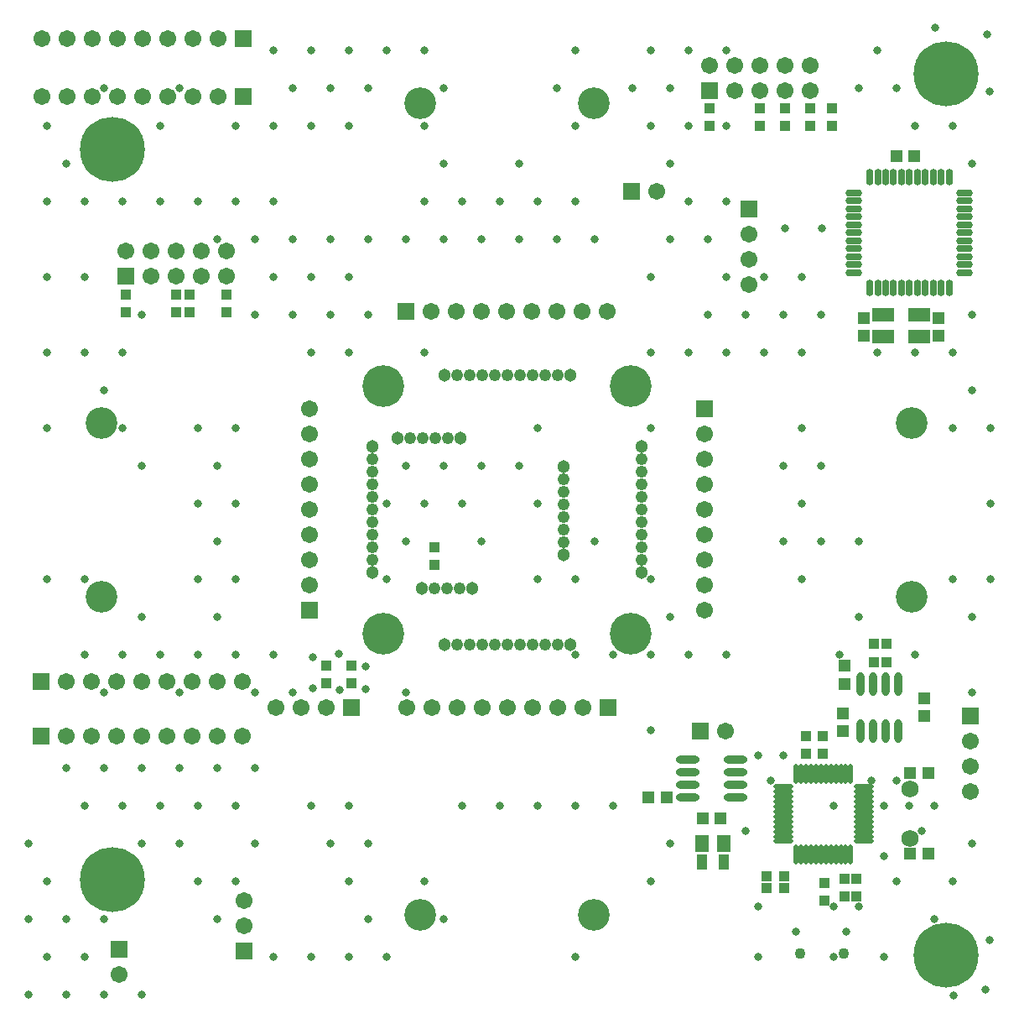
<source format=gbs>
G04 Layer_Color=16711935*
%FSAX25Y25*%
%MOIN*%
G70*
G01*
G75*
%ADD69R,0.04540X0.04737*%
%ADD70R,0.04737X0.04540*%
%ADD71R,0.04343X0.04343*%
%ADD77R,0.04343X0.04343*%
%ADD91R,0.06706X0.06706*%
%ADD92C,0.06706*%
%ADD93C,0.25800*%
%ADD94C,0.12611*%
%ADD95R,0.06706X0.06706*%
%ADD96C,0.04900*%
%ADD97C,0.05131*%
%ADD98C,0.04343*%
%ADD99C,0.16548*%
%ADD100C,0.06800*%
%ADD101C,0.03300*%
%ADD102R,0.05328X0.06509*%
%ADD103R,0.04343X0.05918*%
%ADD104O,0.03162X0.09461*%
%ADD105O,0.09461X0.03162*%
%ADD106O,0.01981X0.07887*%
%ADD107O,0.07887X0.01981*%
%ADD108O,0.06509X0.02965*%
%ADD109O,0.02965X0.06509*%
%ADD110R,0.08674X0.05524*%
D69*
X0351468Y0337265D02*
D03*
X0358555D02*
D03*
X0364043Y0092300D02*
D03*
X0356957D02*
D03*
X0364087Y0060200D02*
D03*
X0357000D02*
D03*
X0274557Y0074200D02*
D03*
X0281643D02*
D03*
X0252957Y0082500D02*
D03*
X0260043D02*
D03*
D70*
X0362500Y0122043D02*
D03*
Y0114957D02*
D03*
X0368112Y0273065D02*
D03*
Y0265978D02*
D03*
X0338412D02*
D03*
X0338412Y0273065D02*
D03*
X0330700Y0134843D02*
D03*
Y0127757D02*
D03*
X0330100Y0116043D02*
D03*
Y0108957D02*
D03*
D71*
X0307200Y0356343D02*
D03*
Y0349257D02*
D03*
X0325800D02*
D03*
Y0356343D02*
D03*
X0330700Y0043357D02*
D03*
Y0050443D02*
D03*
X0335500Y0043357D02*
D03*
Y0050443D02*
D03*
X0315500Y0106943D02*
D03*
Y0099857D02*
D03*
X0322300Y0106943D02*
D03*
Y0099857D02*
D03*
X0045200Y0282343D02*
D03*
Y0275257D02*
D03*
X0065200Y0282343D02*
D03*
Y0275257D02*
D03*
X0070400Y0282343D02*
D03*
Y0275257D02*
D03*
X0085200Y0282343D02*
D03*
Y0275257D02*
D03*
X0124700Y0127957D02*
D03*
Y0135043D02*
D03*
X0134700Y0127957D02*
D03*
Y0135043D02*
D03*
X0167700Y0181943D02*
D03*
Y0174857D02*
D03*
X0347400Y0136456D02*
D03*
Y0143543D02*
D03*
X0342400Y0136456D02*
D03*
Y0143543D02*
D03*
X0317200Y0356343D02*
D03*
Y0349257D02*
D03*
X0297200Y0356343D02*
D03*
Y0349257D02*
D03*
X0277200Y0356343D02*
D03*
Y0349257D02*
D03*
X0322800Y0048743D02*
D03*
Y0041657D02*
D03*
D77*
X0299757Y0046500D02*
D03*
X0306843Y0046500D02*
D03*
X0299757Y0051300D02*
D03*
X0306843D02*
D03*
D91*
X0011600Y0107000D02*
D03*
Y0128800D02*
D03*
X0091769Y0360896D02*
D03*
Y0383896D02*
D03*
X0273400Y0109100D02*
D03*
X0134700Y0118254D02*
D03*
X0236851D02*
D03*
X0045200Y0289800D02*
D03*
X0277200Y0363400D02*
D03*
X0156676Y0275654D02*
D03*
X0246200Y0323400D02*
D03*
D92*
X0031600Y0107000D02*
D03*
X0041600D02*
D03*
X0051600D02*
D03*
X0061600D02*
D03*
X0071600D02*
D03*
X0081600D02*
D03*
X0091600D02*
D03*
X0021600D02*
D03*
X0031600Y0128800D02*
D03*
X0041600D02*
D03*
X0051600D02*
D03*
X0061600D02*
D03*
X0071600D02*
D03*
X0081600D02*
D03*
X0091600D02*
D03*
X0021600D02*
D03*
X0081769Y0360896D02*
D03*
X0011769D02*
D03*
X0021769D02*
D03*
X0031769D02*
D03*
X0041769D02*
D03*
X0051769D02*
D03*
X0061769D02*
D03*
X0071769D02*
D03*
X0081769Y0383896D02*
D03*
X0011769D02*
D03*
X0021769D02*
D03*
X0031769D02*
D03*
X0041769D02*
D03*
X0051769Y0383896D02*
D03*
X0061769Y0383896D02*
D03*
X0071769D02*
D03*
X0283400Y0109100D02*
D03*
X0092300Y0031595D02*
D03*
Y0041595D02*
D03*
X0124700Y0118254D02*
D03*
X0114700D02*
D03*
X0104700D02*
D03*
X0292900Y0306349D02*
D03*
Y0296349D02*
D03*
Y0286349D02*
D03*
X0226851Y0118254D02*
D03*
X0156851D02*
D03*
X0166851D02*
D03*
X0176851D02*
D03*
X0186851D02*
D03*
X0196851D02*
D03*
X0206851D02*
D03*
X0216851D02*
D03*
X0118079Y0166850D02*
D03*
Y0236850D02*
D03*
Y0226850D02*
D03*
Y0216850D02*
D03*
Y0206850D02*
D03*
Y0196850D02*
D03*
Y0186850D02*
D03*
Y0176850D02*
D03*
X0085200Y0299800D02*
D03*
Y0289800D02*
D03*
X0075200Y0299800D02*
D03*
Y0289800D02*
D03*
X0065200Y0299800D02*
D03*
X0065200Y0289800D02*
D03*
X0055200Y0299800D02*
D03*
Y0289800D02*
D03*
X0045200Y0299800D02*
D03*
X0317200Y0373400D02*
D03*
Y0363400D02*
D03*
X0307200Y0373400D02*
D03*
Y0363400D02*
D03*
X0297200Y0373400D02*
D03*
X0297200Y0363400D02*
D03*
X0287200Y0373400D02*
D03*
Y0363400D02*
D03*
X0277200Y0373400D02*
D03*
X0275279Y0216851D02*
D03*
Y0206851D02*
D03*
Y0196851D02*
D03*
Y0186851D02*
D03*
Y0176851D02*
D03*
Y0166851D02*
D03*
Y0156851D02*
D03*
Y0226851D02*
D03*
X0176676Y0275654D02*
D03*
X0186676D02*
D03*
X0196676D02*
D03*
X0206676D02*
D03*
X0216676D02*
D03*
X0226676D02*
D03*
X0236676D02*
D03*
X0166676D02*
D03*
X0042500Y0012300D02*
D03*
X0380800Y0084957D02*
D03*
Y0094957D02*
D03*
Y0104957D02*
D03*
X0256200Y0323400D02*
D03*
D93*
X0371035Y0369933D02*
D03*
Y0019933D02*
D03*
X0039933Y0049933D02*
D03*
Y0339933D02*
D03*
D94*
X0035667Y0162422D02*
D03*
Y0231359D02*
D03*
X0162341Y0035841D02*
D03*
X0231278D02*
D03*
X0357692Y0162341D02*
D03*
Y0231278D02*
D03*
X0231137Y0358213D02*
D03*
X0162200D02*
D03*
D95*
X0092300Y0021595D02*
D03*
X0292900Y0316349D02*
D03*
X0118079Y0156850D02*
D03*
X0275279Y0236851D02*
D03*
X0042500Y0022300D02*
D03*
X0380800Y0114957D02*
D03*
D96*
X0191709Y0143453D02*
D03*
X0186709D02*
D03*
X0201709D02*
D03*
X0196709D02*
D03*
X0181709D02*
D03*
X0176709D02*
D03*
X0206709D02*
D03*
X0216709D02*
D03*
X0211709D02*
D03*
X0250055Y0216883D02*
D03*
Y0211883D02*
D03*
Y0206883D02*
D03*
Y0201883D02*
D03*
Y0196883D02*
D03*
Y0191883D02*
D03*
Y0186883D02*
D03*
Y0181883D02*
D03*
Y0176883D02*
D03*
X0176709Y0250229D02*
D03*
X0181709D02*
D03*
X0186709D02*
D03*
X0191709D02*
D03*
X0196709D02*
D03*
X0201709D02*
D03*
X0206709D02*
D03*
X0211709D02*
D03*
X0216709D02*
D03*
X0143362Y0176883D02*
D03*
Y0181883D02*
D03*
Y0186883D02*
D03*
Y0191883D02*
D03*
Y0196883D02*
D03*
Y0201883D02*
D03*
Y0206883D02*
D03*
Y0211883D02*
D03*
Y0216883D02*
D03*
X0173179Y0225453D02*
D03*
X0168180D02*
D03*
X0163180D02*
D03*
X0158179D02*
D03*
X0219280Y0184153D02*
D03*
Y0189154D02*
D03*
Y0194153D02*
D03*
Y0199153D02*
D03*
Y0204153D02*
D03*
Y0209154D02*
D03*
X0167780Y0165654D02*
D03*
X0172780D02*
D03*
X0177779D02*
D03*
D97*
X0171709Y0143453D02*
D03*
X0221709D02*
D03*
X0250055Y0221883D02*
D03*
Y0171883D02*
D03*
X0171709Y0250229D02*
D03*
X0221709D02*
D03*
X0143362Y0171883D02*
D03*
Y0221883D02*
D03*
X0153180Y0225453D02*
D03*
X0178180D02*
D03*
X0219280Y0179154D02*
D03*
Y0214154D02*
D03*
X0162779Y0165654D02*
D03*
X0182780D02*
D03*
D98*
X0330673Y0020622D02*
D03*
X0313350D02*
D03*
D99*
X0245921Y0246095D02*
D03*
Y0147670D02*
D03*
X0147496D02*
D03*
Y0246095D02*
D03*
D100*
X0357000Y0066436D02*
D03*
Y0085964D02*
D03*
D101*
X0381496Y0334331D02*
D03*
Y0274331D02*
D03*
Y0244331D02*
D03*
X0388996Y0229331D02*
D03*
Y0199331D02*
D03*
Y0169331D02*
D03*
X0381496Y0154331D02*
D03*
Y0124331D02*
D03*
Y0064331D02*
D03*
X0373996Y0349331D02*
D03*
Y0259331D02*
D03*
Y0229331D02*
D03*
Y0169331D02*
D03*
Y0049331D02*
D03*
X0366496Y0034331D02*
D03*
X0351496Y0364331D02*
D03*
X0358996Y0349331D02*
D03*
Y0259331D02*
D03*
Y0139331D02*
D03*
X0343996Y0379331D02*
D03*
X0336496Y0364331D02*
D03*
X0343996Y0259331D02*
D03*
X0336496Y0184331D02*
D03*
Y0154331D02*
D03*
X0321496Y0274331D02*
D03*
Y0214331D02*
D03*
Y0184331D02*
D03*
X0328996Y0139331D02*
D03*
X0313996Y0289331D02*
D03*
X0306496Y0274331D02*
D03*
X0313996Y0259331D02*
D03*
Y0229331D02*
D03*
X0306496Y0214331D02*
D03*
X0313996Y0199331D02*
D03*
X0306496Y0184331D02*
D03*
X0313996Y0169331D02*
D03*
X0298996Y0289331D02*
D03*
X0291496Y0274331D02*
D03*
X0298996Y0259331D02*
D03*
X0283996Y0379331D02*
D03*
Y0349331D02*
D03*
Y0319331D02*
D03*
X0276496Y0304331D02*
D03*
X0283996Y0289331D02*
D03*
X0276496Y0274331D02*
D03*
X0283996Y0259331D02*
D03*
Y0139331D02*
D03*
X0268996Y0379331D02*
D03*
X0261496Y0364331D02*
D03*
X0268996Y0349331D02*
D03*
X0261496Y0334331D02*
D03*
X0268996Y0319331D02*
D03*
X0261496Y0304331D02*
D03*
X0268996Y0259331D02*
D03*
X0261496Y0154331D02*
D03*
X0268996Y0139331D02*
D03*
X0261496Y0064331D02*
D03*
X0253996Y0379331D02*
D03*
X0246496Y0364331D02*
D03*
X0253996Y0349331D02*
D03*
Y0289331D02*
D03*
Y0259331D02*
D03*
Y0229331D02*
D03*
Y0169331D02*
D03*
Y0139331D02*
D03*
Y0109331D02*
D03*
Y0049331D02*
D03*
X0231496Y0304331D02*
D03*
Y0184331D02*
D03*
X0238996Y0139331D02*
D03*
Y0079331D02*
D03*
X0223996Y0379331D02*
D03*
X0216496Y0364331D02*
D03*
X0223996Y0349331D02*
D03*
Y0319331D02*
D03*
X0216496Y0304331D02*
D03*
X0223996Y0169331D02*
D03*
Y0139331D02*
D03*
Y0079331D02*
D03*
Y0019331D02*
D03*
X0201496Y0334331D02*
D03*
X0208996Y0319331D02*
D03*
X0201496Y0304331D02*
D03*
X0208996Y0229331D02*
D03*
X0201496Y0214331D02*
D03*
X0208996Y0199331D02*
D03*
Y0169331D02*
D03*
Y0079331D02*
D03*
X0193996Y0319331D02*
D03*
X0186496Y0304331D02*
D03*
Y0214331D02*
D03*
Y0184331D02*
D03*
X0193996Y0079331D02*
D03*
X0171496Y0364331D02*
D03*
Y0334331D02*
D03*
X0178996Y0319331D02*
D03*
X0171496Y0304331D02*
D03*
Y0214331D02*
D03*
X0178996Y0199331D02*
D03*
Y0079331D02*
D03*
X0171496Y0034331D02*
D03*
X0163996Y0379331D02*
D03*
Y0349331D02*
D03*
Y0319331D02*
D03*
X0156496Y0304331D02*
D03*
X0163996Y0259331D02*
D03*
X0156496Y0214331D02*
D03*
X0163996Y0199331D02*
D03*
X0156496Y0184331D02*
D03*
Y0124331D02*
D03*
X0163996Y0049331D02*
D03*
X0148996Y0379331D02*
D03*
X0141496Y0364331D02*
D03*
Y0304331D02*
D03*
Y0274331D02*
D03*
X0148996Y0199331D02*
D03*
Y0169331D02*
D03*
X0141496Y0064331D02*
D03*
Y0034331D02*
D03*
X0148996Y0019331D02*
D03*
X0133996Y0379331D02*
D03*
X0126496Y0364331D02*
D03*
X0133996Y0349331D02*
D03*
X0126496Y0304331D02*
D03*
X0133996Y0289331D02*
D03*
X0126496Y0274331D02*
D03*
X0133996Y0259331D02*
D03*
Y0079331D02*
D03*
X0126496Y0064331D02*
D03*
X0133996Y0049331D02*
D03*
Y0019331D02*
D03*
X0118996Y0379331D02*
D03*
X0111496Y0364331D02*
D03*
X0118996Y0349331D02*
D03*
X0111496Y0304331D02*
D03*
X0118996Y0289331D02*
D03*
X0111496Y0274331D02*
D03*
X0118996Y0259331D02*
D03*
X0111496Y0124331D02*
D03*
X0118996Y0079331D02*
D03*
Y0019331D02*
D03*
X0103996Y0379331D02*
D03*
Y0349331D02*
D03*
Y0319331D02*
D03*
X0096496Y0304331D02*
D03*
X0103996Y0289331D02*
D03*
X0096496Y0274331D02*
D03*
X0103996Y0139331D02*
D03*
X0096496Y0124331D02*
D03*
Y0094331D02*
D03*
Y0064331D02*
D03*
X0103996Y0019331D02*
D03*
X0088996Y0349331D02*
D03*
Y0319331D02*
D03*
X0081496Y0304331D02*
D03*
X0088996Y0229331D02*
D03*
X0081496Y0214331D02*
D03*
X0088996Y0199331D02*
D03*
X0081496Y0184331D02*
D03*
X0088996Y0169331D02*
D03*
X0081496Y0154331D02*
D03*
X0088996Y0139331D02*
D03*
X0081496Y0094331D02*
D03*
X0088996Y0079331D02*
D03*
Y0049331D02*
D03*
X0081496Y0034331D02*
D03*
X0066496Y0364331D02*
D03*
X0073996Y0319331D02*
D03*
Y0229331D02*
D03*
Y0199331D02*
D03*
Y0169331D02*
D03*
Y0139331D02*
D03*
X0066496Y0124331D02*
D03*
Y0094331D02*
D03*
X0073996Y0079331D02*
D03*
X0066496Y0064331D02*
D03*
X0073996Y0049331D02*
D03*
X0058996Y0349331D02*
D03*
Y0319331D02*
D03*
X0051496Y0274331D02*
D03*
Y0214331D02*
D03*
Y0154331D02*
D03*
X0058996Y0139331D02*
D03*
X0051496Y0094331D02*
D03*
X0058996Y0079331D02*
D03*
X0051496Y0064331D02*
D03*
Y0004331D02*
D03*
X0036496Y0364331D02*
D03*
X0043996Y0319331D02*
D03*
Y0259331D02*
D03*
X0036496Y0244331D02*
D03*
X0043996Y0229331D02*
D03*
Y0139331D02*
D03*
X0036496Y0124331D02*
D03*
Y0094331D02*
D03*
X0043996Y0079331D02*
D03*
X0036496Y0034331D02*
D03*
Y0004331D02*
D03*
X0021496Y0334331D02*
D03*
X0028996Y0319331D02*
D03*
Y0289331D02*
D03*
Y0259331D02*
D03*
Y0169331D02*
D03*
Y0139331D02*
D03*
X0021496Y0094331D02*
D03*
X0028996Y0079331D02*
D03*
X0021496Y0034331D02*
D03*
X0028996Y0019331D02*
D03*
X0021496Y0004331D02*
D03*
X0013996Y0349331D02*
D03*
Y0319331D02*
D03*
Y0289331D02*
D03*
Y0259331D02*
D03*
Y0229331D02*
D03*
Y0169331D02*
D03*
X0006496Y0064331D02*
D03*
X0013996Y0049331D02*
D03*
X0006496Y0034331D02*
D03*
X0013996Y0019331D02*
D03*
X0006496Y0004331D02*
D03*
X0291496Y0069331D02*
D03*
X0296496Y0019331D02*
D03*
Y0039331D02*
D03*
X0301496Y0089331D02*
D03*
X0296496Y0099331D02*
D03*
X0311496Y0029331D02*
D03*
X0306496Y0099331D02*
D03*
X0326496Y0019331D02*
D03*
X0331496Y0029331D02*
D03*
X0326496Y0039331D02*
D03*
Y0079331D02*
D03*
X0336496Y0039331D02*
D03*
X0341496Y0089331D02*
D03*
X0346496Y0019331D02*
D03*
X0351496Y0049331D02*
D03*
X0346496Y0059331D02*
D03*
Y0079331D02*
D03*
X0351496Y0089331D02*
D03*
X0361496Y0069331D02*
D03*
X0356496Y0079331D02*
D03*
X0366496D02*
D03*
X0374200Y0004000D02*
D03*
X0387000Y0006300D02*
D03*
X0388600Y0026000D02*
D03*
X0388400Y0363000D02*
D03*
X0387600Y0385600D02*
D03*
X0366700Y0388200D02*
D03*
X0307200Y0308500D02*
D03*
X0321800Y0308800D02*
D03*
X0140500Y0134600D02*
D03*
X0140600Y0125700D02*
D03*
X0119600Y0125900D02*
D03*
X0130100Y0125400D02*
D03*
X0130000Y0139600D02*
D03*
X0119600Y0138400D02*
D03*
D102*
X0282831Y0064304D02*
D03*
X0274169D02*
D03*
D103*
Y0057100D02*
D03*
X0282831D02*
D03*
D104*
X0352300Y0108851D02*
D03*
X0347300D02*
D03*
X0342300D02*
D03*
X0337300D02*
D03*
X0352300Y0127749D02*
D03*
X0347300D02*
D03*
X0342300D02*
D03*
X0337300D02*
D03*
D105*
X0268651Y0082500D02*
D03*
Y0087500D02*
D03*
Y0092500D02*
D03*
X0287549Y0087500D02*
D03*
Y0082500D02*
D03*
X0268651Y0097500D02*
D03*
X0287549Y0092500D02*
D03*
Y0097500D02*
D03*
D106*
X0333327Y0060055D02*
D03*
X0331358D02*
D03*
X0329390D02*
D03*
X0327421D02*
D03*
X0325453D02*
D03*
X0323484D02*
D03*
X0321516D02*
D03*
X0319547D02*
D03*
X0317579D02*
D03*
X0315610D02*
D03*
X0313642D02*
D03*
X0311673D02*
D03*
Y0091945D02*
D03*
X0313642D02*
D03*
X0315610D02*
D03*
X0317579D02*
D03*
X0319547D02*
D03*
X0321516D02*
D03*
X0323484D02*
D03*
X0325453D02*
D03*
X0327421D02*
D03*
X0329390D02*
D03*
X0331358D02*
D03*
X0333327D02*
D03*
D107*
X0306555Y0065173D02*
D03*
Y0067142D02*
D03*
Y0069110D02*
D03*
Y0071079D02*
D03*
Y0073047D02*
D03*
Y0075016D02*
D03*
Y0076984D02*
D03*
Y0078953D02*
D03*
Y0080921D02*
D03*
Y0082890D02*
D03*
Y0084858D02*
D03*
Y0086827D02*
D03*
X0338445D02*
D03*
Y0084858D02*
D03*
Y0082890D02*
D03*
Y0080921D02*
D03*
Y0078953D02*
D03*
Y0076984D02*
D03*
Y0075016D02*
D03*
Y0073047D02*
D03*
Y0071079D02*
D03*
Y0069110D02*
D03*
Y0067142D02*
D03*
Y0065173D02*
D03*
D108*
X0378679Y0291152D02*
D03*
X0378679Y0294302D02*
D03*
Y0297451D02*
D03*
Y0300601D02*
D03*
X0378679Y0303750D02*
D03*
X0378679Y0306900D02*
D03*
X0378679Y0310050D02*
D03*
Y0313199D02*
D03*
X0378679Y0316349D02*
D03*
Y0319498D02*
D03*
Y0322648D02*
D03*
X0334584D02*
D03*
Y0319498D02*
D03*
Y0316349D02*
D03*
Y0313199D02*
D03*
X0334584Y0310050D02*
D03*
Y0306900D02*
D03*
X0334584Y0303750D02*
D03*
Y0300601D02*
D03*
Y0297451D02*
D03*
Y0294302D02*
D03*
Y0291152D02*
D03*
D109*
X0372379Y0328947D02*
D03*
X0369230Y0328947D02*
D03*
X0366080D02*
D03*
X0362931D02*
D03*
X0359781D02*
D03*
X0356631D02*
D03*
X0353482D02*
D03*
X0350332Y0328947D02*
D03*
X0347183Y0328947D02*
D03*
X0344033D02*
D03*
X0340883D02*
D03*
Y0284853D02*
D03*
X0344033D02*
D03*
X0347183D02*
D03*
X0350332D02*
D03*
X0353482D02*
D03*
X0356631D02*
D03*
X0359781D02*
D03*
X0362931D02*
D03*
X0366080D02*
D03*
X0369230D02*
D03*
X0372379D02*
D03*
D110*
X0346128Y0265634D02*
D03*
X0360695Y0274295D02*
D03*
X0360695Y0265634D02*
D03*
X0346128Y0274295D02*
D03*
M02*

</source>
